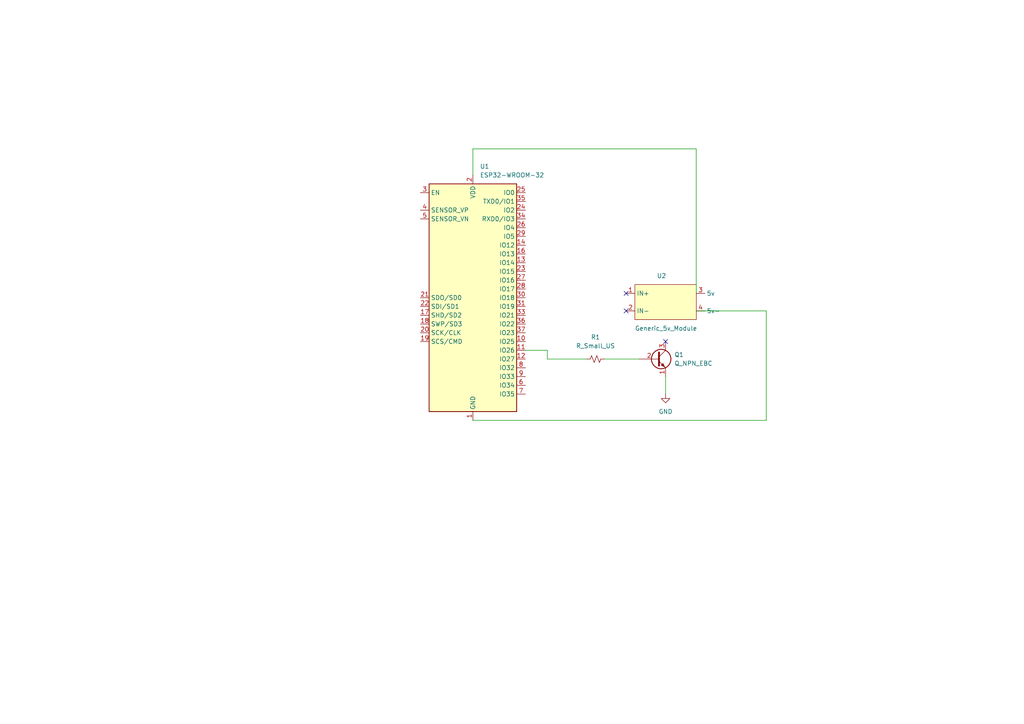
<source format=kicad_sch>
(kicad_sch (version 20211123) (generator eeschema)
  (paper "A4")
  (lib_symbols
    (symbol "Converter_DCDC:Generic_5v_Module"
      (property "Reference" "U" (at 0 -12.7 0))
      (property "Value" "Generic_5v_Module" (at 0 7.62 0))
      (symbol "Generic_5v_Module_0_1"
        (rectangle (start 0 0) (end 17.78 -10.16) (fill (type background)))
        (rectangle (start 2.54 -2.54) (end 2.54 -2.54))
      )
      (symbol "Generic_5v_Module_1_1"
        (pin input line (at -2.54 -2.54 0) (length 2.54) (name "IN+") (number "1"))
        (pin input line (at -2.54 -7.62 0) (length 2.54) (name "IN-") (number "2"))
        (pin output line (at 17.78 -2.54 0) (length 2.54) (name "5v") (number "3"))
        (pin output line (at 17.78 -7.62 0) (length 2.54) (name "5v-") (number "4"))
      )
    )
    (symbol "Device:Q_NPN_EBC" (pin_names (offset 0) hide)
      (property "Reference" "Q" (at 5.08 1.27 0))
      (property "Value" "Q_NPN_EBC" (at 5.08 -1.27 0))
      (symbol "Q_NPN_EBC_0_1"
        (polyline (pts (xy 0.635 0.635) (xy 2.54 2.54)))
        (polyline (pts (xy 0.635 -0.635) (xy 2.54 -2.54) (xy 2.54 -2.54)))
        (polyline (pts (xy 0.635 1.905) (xy 0.635 -1.905) (xy 0.635 -1.905)) (stroke (width 0.508)))
        (polyline (pts (xy 1.27 -1.778) (xy 1.778 -1.27) (xy 2.286 -2.286) (xy 1.27 -1.778) (xy 1.27 -1.778)) (fill (type outline)))
        (circle (center 1.27 0) (radius 2.8194) (stroke (width 0.254)))
      )
      (symbol "Q_NPN_EBC_1_1"
        (pin passive line (at 2.54 -5.08 90) (length 2.54) (name "E") (number "1"))
        (pin passive line (at -5.08 0 0) (length 5.715) (name "B") (number "2"))
        (pin passive line (at 2.54 5.08 270) (length 2.54) (name "C") (number "3"))
      )
    )
    (symbol "Device:R_Small_US" (pin_numbers hide) (pin_names (offset 0.254) hide)
      (property "Reference" "R" (at 0.762 0.508 0))
      (property "Value" "R_Small_US" (at 0.762 -1.016 0))
      (symbol "R_Small_US_1_1"
        (polyline (pts (xy 0 0) (xy 1.016 -0.381) (xy 0 -0.762) (xy -1.016 -1.143) (xy 0 -1.524)))
        (polyline (pts (xy 0 1.524) (xy 1.016 1.143) (xy 0 0.762) (xy -1.016 0.381) (xy 0 0)))
        (pin passive line (at 0 2.54 270) (length 1.016) (name "~") (number "1"))
        (pin passive line (at 0 -2.54 90) (length 1.016) (name "~") (number "2"))
      )
    )
    (symbol "RF_Module:ESP32-WROOM-32"
      (property "Reference" "U" (at -12.7 34.29 0))
      (property "Value" "ESP32-WROOM-32" (at 1.27 34.29 0))
      (symbol "ESP32-WROOM-32_0_1"
        (rectangle (start -12.7 33.02) (end 12.7 -33.02) (stroke (width 0.254)) (fill (type background)))
      )
      (symbol "ESP32-WROOM-32_1_1"
        (pin power_in line (at 0 -35.56 90) (length 2.54) (name "GND") (number "1"))
        (pin bidirectional line (at 15.24 -12.7 180) (length 2.54) (name "IO25") (number "10"))
        (pin bidirectional line (at 15.24 -15.24 180) (length 2.54) (name "IO26") (number "11"))
        (pin bidirectional line (at 15.24 -17.78 180) (length 2.54) (name "IO27") (number "12"))
        (pin bidirectional line (at 15.24 10.16 180) (length 2.54) (name "IO14") (number "13"))
        (pin bidirectional line (at 15.24 15.24 180) (length 2.54) (name "IO12") (number "14"))
        (pin passive line (at 0 -35.56 90) (length 2.54) hide (name "GND") (number "15"))
        (pin bidirectional line (at 15.24 12.7 180) (length 2.54) (name "IO13") (number "16"))
        (pin bidirectional line (at -15.24 -5.08 0) (length 2.54) (name "SHD/SD2") (number "17"))
        (pin bidirectional line (at -15.24 -7.62 0) (length 2.54) (name "SWP/SD3") (number "18"))
        (pin bidirectional line (at -15.24 -12.7 0) (length 2.54) (name "SCS/CMD") (number "19"))
        (pin power_in line (at 0 35.56 270) (length 2.54) (name "VDD") (number "2"))
        (pin bidirectional line (at -15.24 -10.16 0) (length 2.54) (name "SCK/CLK") (number "20"))
        (pin bidirectional line (at -15.24 0 0) (length 2.54) (name "SDO/SD0") (number "21"))
        (pin bidirectional line (at -15.24 -2.54 0) (length 2.54) (name "SDI/SD1") (number "22"))
        (pin bidirectional line (at 15.24 7.62 180) (length 2.54) (name "IO15") (number "23"))
        (pin bidirectional line (at 15.24 25.4 180) (length 2.54) (name "IO2") (number "24"))
        (pin bidirectional line (at 15.24 30.48 180) (length 2.54) (name "IO0") (number "25"))
        (pin bidirectional line (at 15.24 20.32 180) (length 2.54) (name "IO4") (number "26"))
        (pin bidirectional line (at 15.24 5.08 180) (length 2.54) (name "IO16") (number "27"))
        (pin bidirectional line (at 15.24 2.54 180) (length 2.54) (name "IO17") (number "28"))
        (pin bidirectional line (at 15.24 17.78 180) (length 2.54) (name "IO5") (number "29"))
        (pin input line (at -15.24 30.48 0) (length 2.54) (name "EN") (number "3"))
        (pin bidirectional line (at 15.24 0 180) (length 2.54) (name "IO18") (number "30"))
        (pin bidirectional line (at 15.24 -2.54 180) (length 2.54) (name "IO19") (number "31"))
        (pin no_connect line (at -12.7 -27.94 0) (length 2.54) hide (name "NC") (number "32"))
        (pin bidirectional line (at 15.24 -5.08 180) (length 2.54) (name "IO21") (number "33"))
        (pin bidirectional line (at 15.24 22.86 180) (length 2.54) (name "RXD0/IO3") (number "34"))
        (pin bidirectional line (at 15.24 27.94 180) (length 2.54) (name "TXD0/IO1") (number "35"))
        (pin bidirectional line (at 15.24 -7.62 180) (length 2.54) (name "IO22") (number "36"))
        (pin bidirectional line (at 15.24 -10.16 180) (length 2.54) (name "IO23") (number "37"))
        (pin passive line (at 0 -35.56 90) (length 2.54) hide (name "GND") (number "38"))
        (pin passive line (at 0 -35.56 90) (length 2.54) hide (name "GND") (number "39"))
        (pin input line (at -15.24 25.4 0) (length 2.54) (name "SENSOR_VP") (number "4"))
        (pin input line (at -15.24 22.86 0) (length 2.54) (name "SENSOR_VN") (number "5"))
        (pin input line (at 15.24 -25.4 180) (length 2.54) (name "IO34") (number "6"))
        (pin input line (at 15.24 -27.94 180) (length 2.54) (name "IO35") (number "7"))
        (pin bidirectional line (at 15.24 -20.32 180) (length 2.54) (name "IO32") (number "8"))
        (pin bidirectional line (at 15.24 -22.86 180) (length 2.54) (name "IO33") (number "9"))
      )
    )
    (symbol "power:GND" (power) (pin_names (offset 0))
      (property "Value" "GND" (at 0 -3.81 0))
      (symbol "GND_0_1"
        (polyline (pts (xy 0 0) (xy 0 -1.27) (xy 1.27 -1.27) (xy 0 -2.54) (xy -1.27 -1.27) (xy 0 -1.27)))
      )
      (symbol "GND_1_1"
        (pin power_in line (at 0 0 270) (length 0) hide (name "GND") (number "1"))
      )
    )
  )
  (no_connect (at 193.04 99.06))
  (no_connect (at 181.61 85.09))
  (no_connect (at 181.61 90.17))
  (wire (pts (xy 201.93 43.18) (xy 201.93 85.09)))
  (wire (pts (xy 201.93 90.17) (xy 222.25 90.17)))
  (wire (pts (xy 193.04 109.22) (xy 193.04 114.3)))
  (wire (pts (xy 137.16 43.18) (xy 201.93 43.18)))
  (wire (pts (xy 222.25 121.92) (xy 222.25 90.17)))
  (wire (pts (xy 175.26 104.14) (xy 185.42 104.14)))
  (wire (pts (xy 170.18 104.14) (xy 158.75 104.14)))
  (wire (pts (xy 158.75 104.14) (xy 158.75 101.6)))
  (wire (pts (xy 137.16 50.8) (xy 137.16 43.18)))
  (wire (pts (xy 137.16 121.92) (xy 222.25 121.92)))
  (wire (pts (xy 158.75 101.6) (xy 152.4 101.6)))
  (symbol (lib_id "RF_Module:ESP32-WROOM-32") (at 137.16 86.36 0) (unit 1)
    (property "Reference" "U1" (at 139.1794 48.26 0) (effects (justify left)))
    (property "Value" "ESP32-WROOM-32" (at 139.1794 50.8 0) (effects (justify left)))
    (property "Footprint" "RF_Module:ESP32-WROOM-32" (effects hide))
    (property "Datasheet" "https://www.espressif.com/sites/default/files/documentation/esp32-wroom-32_datasheet_en.pdf" (effects hide))
  )
  (symbol (lib_id "power:GND") (at 193.04 114.3 0) (unit 1)
    (property "Reference" "#PWR02" (effects hide))
    (property "Value" "GND" (at 193.04 119.38 0))
  )
  (symbol (lib_id "Device:Q_NPN_EBC") (at 190.5 104.14 0) (unit 1)
    (property "Reference" "Q1" (at 195.58 102.8699 0) (effects (justify left)))
    (property "Value" "Q_NPN_EBC" (at 195.58 105.4099 0) (effects (justify left)))
  )
  (symbol (lib_id "Converter_DCDC:Generic_5v_Module") (at 184.15 82.55 0) (unit 1)
    (property "Reference" "U2" (at 190.5 80.0099 0) (effects (justify left)))
    (property "Value" "Generic_5v_Module" (at 184.15 95.25 0) (effects (justify left)))
    (property "Footprint" "Converter_DCDC:DCDC_Generic-5v" (effects hide))
  )
  (symbol (lib_id "Device:R_Small_US") (at 172.72 104.14 90) (unit 1)
    (property "Reference" "R1" (at 172.72 97.79 90))
    (property "Value" "R_Small_US" (at 172.72 100.33 90))
  )
)
</source>
